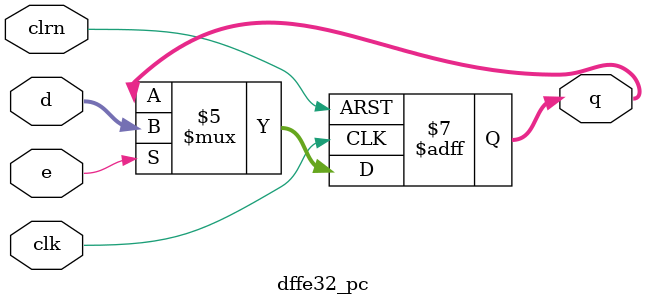
<source format=v>
module dffe32_pc (d,clk,clrn,e,q);
   input  [31:0] d;
   input  clk,clrn,e;
   output [31:0] q;
   reg    [31:0] q;
	initial begin
		q = -4;
		
	 end
   always @ (negedge clrn or posedge clk)
      if (clrn == 0) begin
         q <= -4;
      end else begin
         if (e == 1) q <= d;
      end
endmodule
</source>
